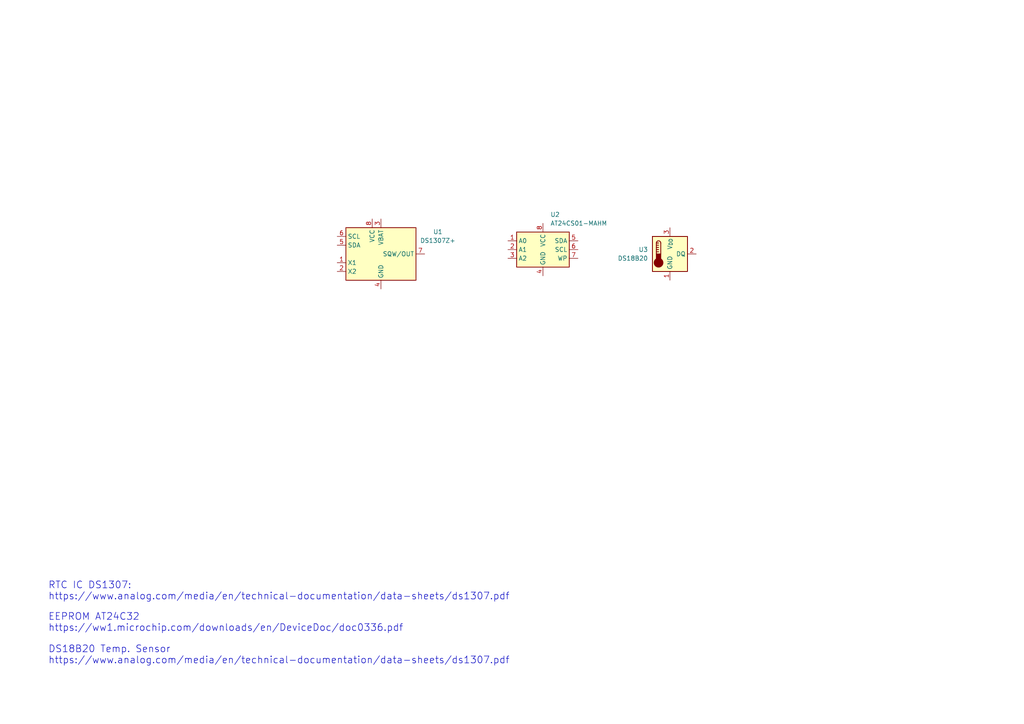
<source format=kicad_sch>
(kicad_sch
	(version 20250114)
	(generator "eeschema")
	(generator_version "9.0")
	(uuid "c26252b1-a649-470d-bc2d-63db8c9436f4")
	(paper "A4")
	(lib_symbols
		(symbol "Memory_EEPROM:AT24CS01-MAHM"
			(exclude_from_sim no)
			(in_bom yes)
			(on_board yes)
			(property "Reference" "U"
				(at -7.62 6.35 0)
				(effects
					(font
						(size 1.27 1.27)
					)
				)
			)
			(property "Value" "AT24CS01-MAHM"
				(at 2.54 -6.35 0)
				(effects
					(font
						(size 1.27 1.27)
					)
					(justify left)
				)
			)
			(property "Footprint" "Package_DFN_QFN:DFN-8-1EP_3x2mm_P0.5mm_EP1.3x1.5mm"
				(at 0 0 0)
				(effects
					(font
						(size 1.27 1.27)
					)
					(hide yes)
				)
			)
			(property "Datasheet" "http://ww1.microchip.com/downloads/en/DeviceDoc/Atmel-8815-SEEPROM-AT24CS01-02-Datasheet.pdf"
				(at 0 0 0)
				(effects
					(font
						(size 1.27 1.27)
					)
					(hide yes)
				)
			)
			(property "Description" "I2C Serial EEPROM, 1Kb (128x8) with Unique Serial Number, UDFN8"
				(at 0 0 0)
				(effects
					(font
						(size 1.27 1.27)
					)
					(hide yes)
				)
			)
			(property "ki_keywords" "I2C Serial EEPROM Nonvolatile Memory"
				(at 0 0 0)
				(effects
					(font
						(size 1.27 1.27)
					)
					(hide yes)
				)
			)
			(property "ki_fp_filters" "DFN*3x2mm*P0.5mm*"
				(at 0 0 0)
				(effects
					(font
						(size 1.27 1.27)
					)
					(hide yes)
				)
			)
			(symbol "AT24CS01-MAHM_1_1"
				(rectangle
					(start -7.62 5.08)
					(end 7.62 -5.08)
					(stroke
						(width 0.254)
						(type default)
					)
					(fill
						(type background)
					)
				)
				(pin input line
					(at -10.16 2.54 0)
					(length 2.54)
					(name "A0"
						(effects
							(font
								(size 1.27 1.27)
							)
						)
					)
					(number "1"
						(effects
							(font
								(size 1.27 1.27)
							)
						)
					)
				)
				(pin input line
					(at -10.16 0 0)
					(length 2.54)
					(name "A1"
						(effects
							(font
								(size 1.27 1.27)
							)
						)
					)
					(number "2"
						(effects
							(font
								(size 1.27 1.27)
							)
						)
					)
				)
				(pin input line
					(at -10.16 -2.54 0)
					(length 2.54)
					(name "A2"
						(effects
							(font
								(size 1.27 1.27)
							)
						)
					)
					(number "3"
						(effects
							(font
								(size 1.27 1.27)
							)
						)
					)
				)
				(pin power_in line
					(at 0 7.62 270)
					(length 2.54)
					(name "VCC"
						(effects
							(font
								(size 1.27 1.27)
							)
						)
					)
					(number "8"
						(effects
							(font
								(size 1.27 1.27)
							)
						)
					)
				)
				(pin power_in line
					(at 0 -7.62 90)
					(length 2.54)
					(name "GND"
						(effects
							(font
								(size 1.27 1.27)
							)
						)
					)
					(number "4"
						(effects
							(font
								(size 1.27 1.27)
							)
						)
					)
				)
				(pin passive line
					(at 0 -7.62 90)
					(length 2.54)
					(hide yes)
					(name "GND"
						(effects
							(font
								(size 1.27 1.27)
							)
						)
					)
					(number "9"
						(effects
							(font
								(size 1.27 1.27)
							)
						)
					)
				)
				(pin bidirectional line
					(at 10.16 2.54 180)
					(length 2.54)
					(name "SDA"
						(effects
							(font
								(size 1.27 1.27)
							)
						)
					)
					(number "5"
						(effects
							(font
								(size 1.27 1.27)
							)
						)
					)
				)
				(pin input line
					(at 10.16 0 180)
					(length 2.54)
					(name "SCL"
						(effects
							(font
								(size 1.27 1.27)
							)
						)
					)
					(number "6"
						(effects
							(font
								(size 1.27 1.27)
							)
						)
					)
				)
				(pin input line
					(at 10.16 -2.54 180)
					(length 2.54)
					(name "WP"
						(effects
							(font
								(size 1.27 1.27)
							)
						)
					)
					(number "7"
						(effects
							(font
								(size 1.27 1.27)
							)
						)
					)
				)
			)
			(embedded_fonts no)
		)
		(symbol "Sensor_Temperature:DS18B20"
			(exclude_from_sim no)
			(in_bom yes)
			(on_board yes)
			(property "Reference" "U"
				(at -3.81 6.35 0)
				(effects
					(font
						(size 1.27 1.27)
					)
				)
			)
			(property "Value" "DS18B20"
				(at 6.35 6.35 0)
				(effects
					(font
						(size 1.27 1.27)
					)
				)
			)
			(property "Footprint" "Package_TO_SOT_THT:TO-92_Inline"
				(at -25.4 -6.35 0)
				(effects
					(font
						(size 1.27 1.27)
					)
					(hide yes)
				)
			)
			(property "Datasheet" "http://datasheets.maximintegrated.com/en/ds/DS18B20.pdf"
				(at -3.81 6.35 0)
				(effects
					(font
						(size 1.27 1.27)
					)
					(hide yes)
				)
			)
			(property "Description" "Programmable Resolution 1-Wire Digital Thermometer TO-92"
				(at 0 0 0)
				(effects
					(font
						(size 1.27 1.27)
					)
					(hide yes)
				)
			)
			(property "ki_keywords" "OneWire 1Wire Dallas Maxim"
				(at 0 0 0)
				(effects
					(font
						(size 1.27 1.27)
					)
					(hide yes)
				)
			)
			(property "ki_fp_filters" "TO*92*"
				(at 0 0 0)
				(effects
					(font
						(size 1.27 1.27)
					)
					(hide yes)
				)
			)
			(symbol "DS18B20_0_1"
				(rectangle
					(start -5.08 5.08)
					(end 5.08 -5.08)
					(stroke
						(width 0.254)
						(type default)
					)
					(fill
						(type background)
					)
				)
				(polyline
					(pts
						(xy -3.937 3.175) (xy -3.937 0)
					)
					(stroke
						(width 0.254)
						(type default)
					)
					(fill
						(type none)
					)
				)
				(polyline
					(pts
						(xy -3.937 3.175) (xy -3.302 3.175)
					)
					(stroke
						(width 0.254)
						(type default)
					)
					(fill
						(type none)
					)
				)
				(polyline
					(pts
						(xy -3.937 2.54) (xy -3.302 2.54)
					)
					(stroke
						(width 0.254)
						(type default)
					)
					(fill
						(type none)
					)
				)
				(polyline
					(pts
						(xy -3.937 1.905) (xy -3.302 1.905)
					)
					(stroke
						(width 0.254)
						(type default)
					)
					(fill
						(type none)
					)
				)
				(polyline
					(pts
						(xy -3.937 1.27) (xy -3.302 1.27)
					)
					(stroke
						(width 0.254)
						(type default)
					)
					(fill
						(type none)
					)
				)
				(polyline
					(pts
						(xy -3.937 0.635) (xy -3.302 0.635)
					)
					(stroke
						(width 0.254)
						(type default)
					)
					(fill
						(type none)
					)
				)
				(arc
					(start -3.937 3.175)
					(mid -3.302 3.8073)
					(end -2.667 3.175)
					(stroke
						(width 0.254)
						(type default)
					)
					(fill
						(type none)
					)
				)
				(circle
					(center -3.302 -2.54)
					(radius 1.27)
					(stroke
						(width 0.254)
						(type default)
					)
					(fill
						(type outline)
					)
				)
				(polyline
					(pts
						(xy -2.667 3.175) (xy -2.667 0)
					)
					(stroke
						(width 0.254)
						(type default)
					)
					(fill
						(type none)
					)
				)
				(rectangle
					(start -2.667 -1.905)
					(end -3.937 0)
					(stroke
						(width 0.254)
						(type default)
					)
					(fill
						(type outline)
					)
				)
			)
			(symbol "DS18B20_1_1"
				(pin power_in line
					(at 0 7.62 270)
					(length 2.54)
					(name "V_{DD}"
						(effects
							(font
								(size 1.27 1.27)
							)
						)
					)
					(number "3"
						(effects
							(font
								(size 1.27 1.27)
							)
						)
					)
				)
				(pin power_in line
					(at 0 -7.62 90)
					(length 2.54)
					(name "GND"
						(effects
							(font
								(size 1.27 1.27)
							)
						)
					)
					(number "1"
						(effects
							(font
								(size 1.27 1.27)
							)
						)
					)
				)
				(pin bidirectional line
					(at 7.62 0 180)
					(length 2.54)
					(name "DQ"
						(effects
							(font
								(size 1.27 1.27)
							)
						)
					)
					(number "2"
						(effects
							(font
								(size 1.27 1.27)
							)
						)
					)
				)
			)
			(embedded_fonts no)
		)
		(symbol "Timer_RTC:DS1307Z+"
			(exclude_from_sim no)
			(in_bom yes)
			(on_board yes)
			(property "Reference" "U"
				(at -8.89 8.89 0)
				(effects
					(font
						(size 1.27 1.27)
					)
				)
			)
			(property "Value" "DS1307Z+"
				(at 1.27 8.89 0)
				(effects
					(font
						(size 1.27 1.27)
					)
					(justify left)
				)
			)
			(property "Footprint" "Package_SO:SOIC-8_3.9x4.9mm_P1.27mm"
				(at 0 -12.7 0)
				(effects
					(font
						(size 1.27 1.27)
					)
					(hide yes)
				)
			)
			(property "Datasheet" "https://datasheets.maximintegrated.com/en/ds/DS1307.pdf"
				(at 0 0 0)
				(effects
					(font
						(size 1.27 1.27)
					)
					(hide yes)
				)
			)
			(property "Description" "64 x 8, Serial, I2C Real-time clock, 4.5V to 5.5V VCC, 0°C to +70°C, SOIC-8"
				(at 0 0 0)
				(effects
					(font
						(size 1.27 1.27)
					)
					(hide yes)
				)
			)
			(property "ki_keywords" "RTC, I2C Timekeeping Chip"
				(at 0 0 0)
				(effects
					(font
						(size 1.27 1.27)
					)
					(hide yes)
				)
			)
			(property "ki_fp_filters" "SOIC*3.9x4.9mm?P1.27mm*"
				(at 0 0 0)
				(effects
					(font
						(size 1.27 1.27)
					)
					(hide yes)
				)
			)
			(symbol "DS1307Z+_0_1"
				(rectangle
					(start -10.16 7.62)
					(end 10.16 -7.62)
					(stroke
						(width 0.254)
						(type default)
					)
					(fill
						(type background)
					)
				)
			)
			(symbol "DS1307Z+_1_1"
				(pin input line
					(at -12.7 5.08 0)
					(length 2.54)
					(name "SCL"
						(effects
							(font
								(size 1.27 1.27)
							)
						)
					)
					(number "6"
						(effects
							(font
								(size 1.27 1.27)
							)
						)
					)
				)
				(pin bidirectional line
					(at -12.7 2.54 0)
					(length 2.54)
					(name "SDA"
						(effects
							(font
								(size 1.27 1.27)
							)
						)
					)
					(number "5"
						(effects
							(font
								(size 1.27 1.27)
							)
						)
					)
				)
				(pin input line
					(at -12.7 -2.54 0)
					(length 2.54)
					(name "X1"
						(effects
							(font
								(size 1.27 1.27)
							)
						)
					)
					(number "1"
						(effects
							(font
								(size 1.27 1.27)
							)
						)
					)
				)
				(pin input line
					(at -12.7 -5.08 0)
					(length 2.54)
					(name "X2"
						(effects
							(font
								(size 1.27 1.27)
							)
						)
					)
					(number "2"
						(effects
							(font
								(size 1.27 1.27)
							)
						)
					)
				)
				(pin power_in line
					(at -2.54 10.16 270)
					(length 2.54)
					(name "VCC"
						(effects
							(font
								(size 1.27 1.27)
							)
						)
					)
					(number "8"
						(effects
							(font
								(size 1.27 1.27)
							)
						)
					)
				)
				(pin power_in line
					(at 0 10.16 270)
					(length 2.54)
					(name "VBAT"
						(effects
							(font
								(size 1.27 1.27)
							)
						)
					)
					(number "3"
						(effects
							(font
								(size 1.27 1.27)
							)
						)
					)
				)
				(pin power_in line
					(at 0 -10.16 90)
					(length 2.54)
					(name "GND"
						(effects
							(font
								(size 1.27 1.27)
							)
						)
					)
					(number "4"
						(effects
							(font
								(size 1.27 1.27)
							)
						)
					)
				)
				(pin open_collector line
					(at 12.7 0 180)
					(length 2.54)
					(name "SQW/OUT"
						(effects
							(font
								(size 1.27 1.27)
							)
						)
					)
					(number "7"
						(effects
							(font
								(size 1.27 1.27)
							)
						)
					)
				)
			)
			(embedded_fonts no)
		)
	)
	(text "RTC IC DS1307:\nhttps://www.analog.com/media/en/technical-documentation/data-sheets/ds1307.pdf"
		(exclude_from_sim no)
		(at 13.97 171.45 0)
		(effects
			(font
				(size 2 2)
			)
			(justify left)
			(href "https://www.analog.com/media/en/technical-documentation/data-sheets/ds1307.pdf")
		)
		(uuid "2e24586f-c1d8-448c-a43f-85e89d72b0b1")
	)
	(text "EEPROM AT24C32\nhttps://ww1.microchip.com/downloads/en/DeviceDoc/doc0336.pdf"
		(exclude_from_sim no)
		(at 13.97 180.594 0)
		(effects
			(font
				(size 2 2)
			)
			(justify left)
			(href "https://ww1.microchip.com/downloads/en/DeviceDoc/doc0336.pdf")
		)
		(uuid "afd64202-d9f0-4c56-986a-a1c2b5e70621")
	)
	(text "DS18B20 Temp. Sensor\nhttps://www.analog.com/media/en/technical-documentation/data-sheets/ds1307.pdf\n"
		(exclude_from_sim no)
		(at 13.97 189.992 0)
		(effects
			(font
				(size 2 2)
			)
			(justify left)
			(href "https://www.analog.com/media/en/technical-documentation/data-sheets/ds1307.pdf")
		)
		(uuid "fc4c2048-3d25-43d7-a6de-6fa4c9fbd4c5")
	)
	(symbol
		(lib_id "Memory_EEPROM:AT24CS01-MAHM")
		(at 157.48 72.39 0)
		(unit 1)
		(exclude_from_sim no)
		(in_bom yes)
		(on_board yes)
		(dnp no)
		(fields_autoplaced yes)
		(uuid "25982635-8b78-4141-bb3e-c306e14dc73d")
		(property "Reference" "U2"
			(at 159.6233 62.23 0)
			(effects
				(font
					(size 1.27 1.27)
				)
				(justify left)
			)
		)
		(property "Value" "AT24CS01-MAHM"
			(at 159.6233 64.77 0)
			(effects
				(font
					(size 1.27 1.27)
				)
				(justify left)
			)
		)
		(property "Footprint" "Package_DFN_QFN:DFN-8-1EP_3x2mm_P0.5mm_EP1.3x1.5mm"
			(at 157.48 72.39 0)
			(effects
				(font
					(size 1.27 1.27)
				)
				(hide yes)
			)
		)
		(property "Datasheet" "http://ww1.microchip.com/downloads/en/DeviceDoc/Atmel-8815-SEEPROM-AT24CS01-02-Datasheet.pdf"
			(at 157.48 72.39 0)
			(effects
				(font
					(size 1.27 1.27)
				)
				(hide yes)
			)
		)
		(property "Description" "I2C Serial EEPROM, 1Kb (128x8) with Unique Serial Number, UDFN8"
			(at 157.48 72.39 0)
			(effects
				(font
					(size 1.27 1.27)
				)
				(hide yes)
			)
		)
		(pin "1"
			(uuid "6459834a-c600-4cff-8573-11da2278ef82")
		)
		(pin "2"
			(uuid "6283e962-c992-4b56-a35e-1d77d1995241")
		)
		(pin "3"
			(uuid "eea3a174-88b6-449e-a4e1-ee0c852a0fa8")
		)
		(pin "4"
			(uuid "f8bc01ee-12e2-4688-a888-78d8fae52aa7")
		)
		(pin "6"
			(uuid "8fb1535b-8ab3-4856-b547-b2bf0f50244d")
		)
		(pin "5"
			(uuid "20809dde-fad6-4e26-b258-5dd2de59f0b4")
		)
		(pin "8"
			(uuid "e72b9622-46ae-434c-92be-69c5392089c4")
		)
		(pin "7"
			(uuid "1504978e-ab58-4a9a-99d2-7705850e5d20")
		)
		(pin "9"
			(uuid "d63d1214-8ce4-4c28-a267-52efbf03774a")
		)
		(instances
			(project ""
				(path "/c26252b1-a649-470d-bc2d-63db8c9436f4"
					(reference "U2")
					(unit 1)
				)
			)
		)
	)
	(symbol
		(lib_id "Sensor_Temperature:DS18B20")
		(at 194.31 73.66 0)
		(unit 1)
		(exclude_from_sim no)
		(in_bom yes)
		(on_board yes)
		(dnp no)
		(fields_autoplaced yes)
		(uuid "4ec59594-d04a-43b1-8ad6-02c80fb24282")
		(property "Reference" "U3"
			(at 187.96 72.3899 0)
			(effects
				(font
					(size 1.27 1.27)
				)
				(justify right)
			)
		)
		(property "Value" "DS18B20"
			(at 187.96 74.9299 0)
			(effects
				(font
					(size 1.27 1.27)
				)
				(justify right)
			)
		)
		(property "Footprint" "Package_TO_SOT_THT:TO-92_Inline"
			(at 168.91 80.01 0)
			(effects
				(font
					(size 1.27 1.27)
				)
				(hide yes)
			)
		)
		(property "Datasheet" "http://datasheets.maximintegrated.com/en/ds/DS18B20.pdf"
			(at 190.5 67.31 0)
			(effects
				(font
					(size 1.27 1.27)
				)
				(hide yes)
			)
		)
		(property "Description" "Programmable Resolution 1-Wire Digital Thermometer TO-92"
			(at 194.31 73.66 0)
			(effects
				(font
					(size 1.27 1.27)
				)
				(hide yes)
			)
		)
		(pin "3"
			(uuid "f84dd740-72b9-49dd-b457-f6210911dcfc")
		)
		(pin "1"
			(uuid "c17be0e2-9389-4efb-b92a-fafef3e662da")
		)
		(pin "2"
			(uuid "0d146623-efc6-4b59-9727-31cb049ff3a6")
		)
		(instances
			(project ""
				(path "/c26252b1-a649-470d-bc2d-63db8c9436f4"
					(reference "U3")
					(unit 1)
				)
			)
		)
	)
	(symbol
		(lib_id "Timer_RTC:DS1307Z+")
		(at 110.49 73.66 0)
		(unit 1)
		(exclude_from_sim no)
		(in_bom yes)
		(on_board yes)
		(dnp no)
		(fields_autoplaced yes)
		(uuid "653e1a2f-7936-4f1e-9810-2542a50f1fae")
		(property "Reference" "U1"
			(at 127 67.2398 0)
			(effects
				(font
					(size 1.27 1.27)
				)
			)
		)
		(property "Value" "DS1307Z+"
			(at 127 69.7798 0)
			(effects
				(font
					(size 1.27 1.27)
				)
			)
		)
		(property "Footprint" "Package_SO:SOIC-8_3.9x4.9mm_P1.27mm"
			(at 110.49 86.36 0)
			(effects
				(font
					(size 1.27 1.27)
				)
				(hide yes)
			)
		)
		(property "Datasheet" "https://datasheets.maximintegrated.com/en/ds/DS1307.pdf"
			(at 110.49 73.66 0)
			(effects
				(font
					(size 1.27 1.27)
				)
				(hide yes)
			)
		)
		(property "Description" "64 x 8, Serial, I2C Real-time clock, 4.5V to 5.5V VCC, 0°C to +70°C, SOIC-8"
			(at 110.49 73.66 0)
			(effects
				(font
					(size 1.27 1.27)
				)
				(hide yes)
			)
		)
		(pin "3"
			(uuid "b35c7f80-329d-4e06-bb47-7ba0ce0401e0")
		)
		(pin "1"
			(uuid "87b74622-91dd-49d5-a309-cb9906a4162f")
		)
		(pin "2"
			(uuid "e51d91d2-a345-4431-a392-ce232291d3f4")
		)
		(pin "6"
			(uuid "58dd55b6-e3cc-4fea-b0c3-f200932defa6")
		)
		(pin "5"
			(uuid "c7ad974f-5140-4c7a-a527-d8d59929781a")
		)
		(pin "8"
			(uuid "ee08cc78-d7b3-48b2-952a-51ce40e6a916")
		)
		(pin "4"
			(uuid "9f2575b9-d80e-4e28-bd05-638917a04288")
		)
		(pin "7"
			(uuid "79364175-e628-4945-8130-77211218c4e3")
		)
		(instances
			(project ""
				(path "/c26252b1-a649-470d-bc2d-63db8c9436f4"
					(reference "U1")
					(unit 1)
				)
			)
		)
	)
	(sheet_instances
		(path "/"
			(page "1")
		)
	)
	(embedded_fonts no)
)

</source>
